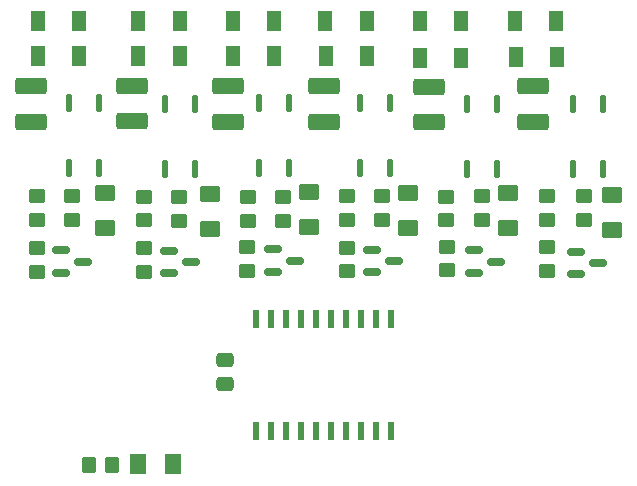
<source format=gbr>
%TF.GenerationSoftware,KiCad,Pcbnew,6.0.7+dfsg-1~bpo11+1*%
%TF.CreationDate,2022-10-12T23:41:27+02:00*%
%TF.ProjectId,rib6out_01,72696236-6f75-4745-9f30-312e6b696361,rev?*%
%TF.SameCoordinates,Original*%
%TF.FileFunction,Paste,Top*%
%TF.FilePolarity,Positive*%
%FSLAX46Y46*%
G04 Gerber Fmt 4.6, Leading zero omitted, Abs format (unit mm)*
G04 Created by KiCad (PCBNEW 6.0.7+dfsg-1~bpo11+1) date 2022-10-12 23:41:27*
%MOMM*%
%LPD*%
G01*
G04 APERTURE LIST*
G04 Aperture macros list*
%AMRoundRect*
0 Rectangle with rounded corners*
0 $1 Rounding radius*
0 $2 $3 $4 $5 $6 $7 $8 $9 X,Y pos of 4 corners*
0 Add a 4 corners polygon primitive as box body*
4,1,4,$2,$3,$4,$5,$6,$7,$8,$9,$2,$3,0*
0 Add four circle primitives for the rounded corners*
1,1,$1+$1,$2,$3*
1,1,$1+$1,$4,$5*
1,1,$1+$1,$6,$7*
1,1,$1+$1,$8,$9*
0 Add four rect primitives between the rounded corners*
20,1,$1+$1,$2,$3,$4,$5,0*
20,1,$1+$1,$4,$5,$6,$7,0*
20,1,$1+$1,$6,$7,$8,$9,0*
20,1,$1+$1,$8,$9,$2,$3,0*%
G04 Aperture macros list end*
%ADD10RoundRect,0.137500X0.137500X-0.587500X0.137500X0.587500X-0.137500X0.587500X-0.137500X-0.587500X0*%
%ADD11RoundRect,0.150000X-0.587500X-0.150000X0.587500X-0.150000X0.587500X0.150000X-0.587500X0.150000X0*%
%ADD12RoundRect,0.250000X0.450000X-0.350000X0.450000X0.350000X-0.450000X0.350000X-0.450000X-0.350000X0*%
%ADD13R,1.300000X1.700000*%
%ADD14RoundRect,0.250001X0.624999X-0.462499X0.624999X0.462499X-0.624999X0.462499X-0.624999X-0.462499X0*%
%ADD15RoundRect,0.250001X1.074999X-0.462499X1.074999X0.462499X-1.074999X0.462499X-1.074999X-0.462499X0*%
%ADD16RoundRect,0.250000X-0.475000X0.337500X-0.475000X-0.337500X0.475000X-0.337500X0.475000X0.337500X0*%
%ADD17RoundRect,0.250001X0.462499X0.624999X-0.462499X0.624999X-0.462499X-0.624999X0.462499X-0.624999X0*%
%ADD18R,0.600000X1.500000*%
%ADD19RoundRect,0.250000X-0.350000X-0.450000X0.350000X-0.450000X0.350000X0.450000X-0.350000X0.450000X0*%
G04 APERTURE END LIST*
D10*
%TO.C,U7*%
X131380000Y-87470000D03*
X133920000Y-87470000D03*
X133920000Y-81970000D03*
X131380000Y-81970000D03*
%TD*%
D11*
%TO.C,Q4*%
X148632500Y-94340000D03*
X148632500Y-96240000D03*
X150507500Y-95290000D03*
%TD*%
%TO.C,Q1*%
X174282500Y-94530000D03*
X174282500Y-96430000D03*
X176157500Y-95480000D03*
%TD*%
D12*
%TO.C,R15*%
X128650000Y-96220000D03*
X128650000Y-94220000D03*
%TD*%
D13*
%TO.C,D18*%
X137250000Y-75000000D03*
X140750000Y-75000000D03*
%TD*%
D14*
%TO.C,D4*%
X160130000Y-92535000D03*
X160130000Y-89560000D03*
%TD*%
D12*
%TO.C,R6*%
X171850000Y-91850000D03*
X171850000Y-89850000D03*
%TD*%
%TO.C,R12*%
X154930000Y-91840000D03*
X154930000Y-89840000D03*
%TD*%
D13*
%TO.C,D16*%
X153100000Y-75000000D03*
X156600000Y-75000000D03*
%TD*%
%TO.C,D17*%
X145250000Y-75000000D03*
X148750000Y-75000000D03*
%TD*%
D11*
%TO.C,Q2*%
X165672500Y-94420000D03*
X165672500Y-96320000D03*
X167547500Y-95370000D03*
%TD*%
D13*
%TO.C,D14*%
X169150000Y-75000000D03*
X172650000Y-75000000D03*
%TD*%
%TO.C,D19*%
X128750000Y-75000000D03*
X132250000Y-75000000D03*
%TD*%
%TO.C,D15*%
X161100000Y-75000000D03*
X164600000Y-75000000D03*
%TD*%
%TO.C,D11*%
X148750000Y-78000000D03*
X145250000Y-78000000D03*
%TD*%
D15*
%TO.C,F2*%
X161830000Y-83535000D03*
X161830000Y-80560000D03*
%TD*%
%TO.C,F3*%
X153020000Y-83510000D03*
X153020000Y-80535000D03*
%TD*%
D11*
%TO.C,Q3*%
X157032500Y-94390000D03*
X157032500Y-96290000D03*
X158907500Y-95340000D03*
%TD*%
D12*
%TO.C,R3*%
X163360000Y-96110000D03*
X163360000Y-94110000D03*
%TD*%
D14*
%TO.C,D2*%
X177370000Y-92675000D03*
X177370000Y-89700000D03*
%TD*%
D15*
%TO.C,F1*%
X170690000Y-83515000D03*
X170690000Y-80540000D03*
%TD*%
D12*
%TO.C,R18*%
X137730000Y-91870000D03*
X137730000Y-89870000D03*
%TD*%
D10*
%TO.C,U6*%
X139540000Y-87490000D03*
X142080000Y-87490000D03*
X142080000Y-81990000D03*
X139540000Y-81990000D03*
%TD*%
D12*
%TO.C,R16*%
X140690000Y-91890000D03*
X140690000Y-89890000D03*
%TD*%
D14*
%TO.C,D7*%
X134460000Y-92555000D03*
X134460000Y-89580000D03*
%TD*%
D12*
%TO.C,R17*%
X131680000Y-91850000D03*
X131680000Y-89850000D03*
%TD*%
D13*
%TO.C,D9*%
X164600000Y-78100000D03*
X161100000Y-78100000D03*
%TD*%
%TO.C,D12*%
X140750000Y-78000000D03*
X137250000Y-78000000D03*
%TD*%
D14*
%TO.C,D3*%
X168600000Y-92535000D03*
X168600000Y-89560000D03*
%TD*%
D10*
%TO.C,U2*%
X174030000Y-87510000D03*
X176570000Y-87510000D03*
X176570000Y-82010000D03*
X174030000Y-82010000D03*
%TD*%
D13*
%TO.C,D10*%
X156650000Y-78000000D03*
X153150000Y-78000000D03*
%TD*%
D15*
%TO.C,F4*%
X144840000Y-83515000D03*
X144840000Y-80540000D03*
%TD*%
D16*
%TO.C,C1*%
X144560000Y-103695000D03*
X144560000Y-105770000D03*
%TD*%
D13*
%TO.C,D13*%
X132250000Y-78000000D03*
X128750000Y-78000000D03*
%TD*%
D12*
%TO.C,R8*%
X154890000Y-96200000D03*
X154890000Y-94200000D03*
%TD*%
%TO.C,R11*%
X149470000Y-91890000D03*
X149470000Y-89890000D03*
%TD*%
D10*
%TO.C,U3*%
X165060000Y-87490000D03*
X167600000Y-87490000D03*
X167600000Y-81990000D03*
X165060000Y-81990000D03*
%TD*%
D12*
%TO.C,R5*%
X166320000Y-91820000D03*
X166320000Y-89820000D03*
%TD*%
D15*
%TO.C,F5*%
X136730000Y-83477500D03*
X136730000Y-80502500D03*
%TD*%
D17*
%TO.C,D1*%
X140207500Y-112510000D03*
X137232500Y-112510000D03*
%TD*%
D12*
%TO.C,R4*%
X174960000Y-91850000D03*
X174960000Y-89850000D03*
%TD*%
%TO.C,R9*%
X146480000Y-96140000D03*
X146480000Y-94140000D03*
%TD*%
%TO.C,R13*%
X146550000Y-91890000D03*
X146550000Y-89890000D03*
%TD*%
%TO.C,R19*%
X128680000Y-91850000D03*
X128680000Y-89850000D03*
%TD*%
%TO.C,R14*%
X137740000Y-96250000D03*
X137740000Y-94250000D03*
%TD*%
D11*
%TO.C,Q6*%
X130742500Y-94410000D03*
X130742500Y-96310000D03*
X132617500Y-95360000D03*
%TD*%
D18*
%TO.C,U1*%
X147265000Y-109730000D03*
X148535000Y-109730000D03*
X149805000Y-109730000D03*
X151075000Y-109730000D03*
X152345000Y-109730000D03*
X153615000Y-109730000D03*
X154885000Y-109730000D03*
X156155000Y-109730000D03*
X157425000Y-109730000D03*
X158695000Y-109730000D03*
X158695000Y-100230000D03*
X157425000Y-100230000D03*
X156155000Y-100230000D03*
X154885000Y-100230000D03*
X153615000Y-100230000D03*
X152345000Y-100230000D03*
X151075000Y-100230000D03*
X149805000Y-100230000D03*
X148535000Y-100230000D03*
X147265000Y-100230000D03*
%TD*%
D15*
%TO.C,F6*%
X128160000Y-83507500D03*
X128160000Y-80532500D03*
%TD*%
D13*
%TO.C,D8*%
X172700000Y-78050000D03*
X169200000Y-78050000D03*
%TD*%
D10*
%TO.C,U4*%
X156040000Y-87460000D03*
X158580000Y-87460000D03*
X158580000Y-81960000D03*
X156040000Y-81960000D03*
%TD*%
D19*
%TO.C,R1*%
X133070000Y-112580000D03*
X135070000Y-112580000D03*
%TD*%
D10*
%TO.C,U5*%
X147510000Y-87420000D03*
X150050000Y-87420000D03*
X150050000Y-81920000D03*
X147510000Y-81920000D03*
%TD*%
D11*
%TO.C,Q5*%
X139862500Y-94440000D03*
X139862500Y-96340000D03*
X141737500Y-95390000D03*
%TD*%
D14*
%TO.C,D6*%
X143320000Y-92595000D03*
X143320000Y-89620000D03*
%TD*%
D12*
%TO.C,R10*%
X157860000Y-91850000D03*
X157860000Y-89850000D03*
%TD*%
%TO.C,R2*%
X171900000Y-96140000D03*
X171900000Y-94140000D03*
%TD*%
D14*
%TO.C,D5*%
X151710000Y-92480000D03*
X151710000Y-89505000D03*
%TD*%
D12*
%TO.C,R7*%
X163340000Y-91860000D03*
X163340000Y-89860000D03*
%TD*%
M02*

</source>
